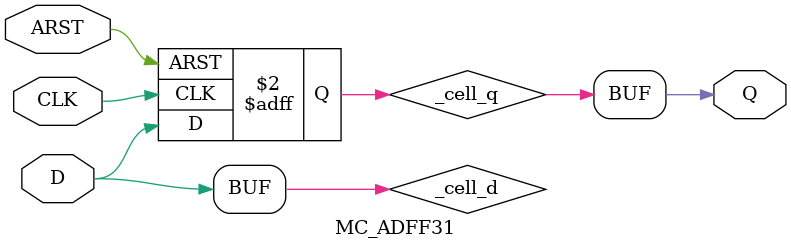
<source format=v>
`default_nettype none
`timescale 100ms/10ms

// CLK: positive-edge
// tech mapping converts negedge to posedge with an inverter
module MC_DFF31 (CLK, D, Q);
	parameter WIDTH = 1;

	input wire CLK;
	input wire [WIDTH-1:0] D;
	output wire [WIDTH-1:0] Q;

	wire [WIDTH-1:0] _cell_d;
	reg [WIDTH-1:0] _cell_q;

	// D port input to single cell input delay
	assign #6 _cell_d = D;

	always @(posedge CLK) begin
		// CLK port input to single cell clock capture delay
		#5 _cell_q <= _cell_d;
	end

	// single cell output to Q port output delay
	assign #2 Q = _cell_q;
endmodule

// CLK: positive-edge
// ARST: active-high
// ARST_VALUE: any arbitrary bit pattern of correct WIDTH
// tech mapping converts from negedge and active-low with inverters
module MC_ADFF31 (CLK, ARST, D, Q);
	parameter WIDTH = 1;
	parameter ARST_VALUE = {WIDTH{1'b0}};

	input wire CLK, ARST;
	input wire [WIDTH-1:0] D;
	output wire [WIDTH-1:0] Q;

	wire [WIDTH-1:0] _cell_d;
	reg [WIDTH-1:0] _cell_q;

	// D port input to single cell input delay
	assign #6 _cell_d = D;

	always @(posedge CLK or posedge ARST) begin
		if (ARST) begin
			// ARST port input to single cell reset delay
			#7 _cell_q <= ARST_VALUE;
		end else begin
			// CLK port input to single cell clock capture delay
			#10 _cell_q <= D;
		end
	end

	// single cell output to Q port output delay
	assign #1 Q = _cell_q;
endmodule

</source>
